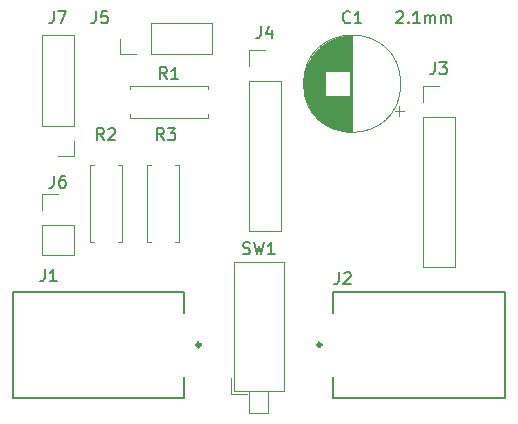
<source format=gto>
%TF.GenerationSoftware,KiCad,Pcbnew,(5.1.10)-1*%
%TF.CreationDate,2021-06-21T00:52:30-07:00*%
%TF.ProjectId,LED Matrix,4c454420-4d61-4747-9269-782e6b696361,v01*%
%TF.SameCoordinates,Original*%
%TF.FileFunction,Legend,Top*%
%TF.FilePolarity,Positive*%
%FSLAX46Y46*%
G04 Gerber Fmt 4.6, Leading zero omitted, Abs format (unit mm)*
G04 Created by KiCad (PCBNEW (5.1.10)-1) date 2021-06-21 00:52:30*
%MOMM*%
%LPD*%
G01*
G04 APERTURE LIST*
%ADD10C,0.150000*%
%ADD11C,0.120000*%
%ADD12C,0.300000*%
%ADD13C,0.127000*%
G04 APERTURE END LIST*
D10*
X155146666Y-77017619D02*
X155194285Y-76970000D01*
X155289523Y-76922380D01*
X155527619Y-76922380D01*
X155622857Y-76970000D01*
X155670476Y-77017619D01*
X155718095Y-77112857D01*
X155718095Y-77208095D01*
X155670476Y-77350952D01*
X155099047Y-77922380D01*
X155718095Y-77922380D01*
X156146666Y-77827142D02*
X156194285Y-77874761D01*
X156146666Y-77922380D01*
X156099047Y-77874761D01*
X156146666Y-77827142D01*
X156146666Y-77922380D01*
X157146666Y-77922380D02*
X156575238Y-77922380D01*
X156860952Y-77922380D02*
X156860952Y-76922380D01*
X156765714Y-77065238D01*
X156670476Y-77160476D01*
X156575238Y-77208095D01*
X157575238Y-77922380D02*
X157575238Y-77255714D01*
X157575238Y-77350952D02*
X157622857Y-77303333D01*
X157718095Y-77255714D01*
X157860952Y-77255714D01*
X157956190Y-77303333D01*
X158003809Y-77398571D01*
X158003809Y-77922380D01*
X158003809Y-77398571D02*
X158051428Y-77303333D01*
X158146666Y-77255714D01*
X158289523Y-77255714D01*
X158384761Y-77303333D01*
X158432380Y-77398571D01*
X158432380Y-77922380D01*
X158908571Y-77922380D02*
X158908571Y-77255714D01*
X158908571Y-77350952D02*
X158956190Y-77303333D01*
X159051428Y-77255714D01*
X159194285Y-77255714D01*
X159289523Y-77303333D01*
X159337142Y-77398571D01*
X159337142Y-77922380D01*
X159337142Y-77398571D02*
X159384761Y-77303333D01*
X159480000Y-77255714D01*
X159622857Y-77255714D01*
X159718095Y-77303333D01*
X159765714Y-77398571D01*
X159765714Y-77922380D01*
D11*
%TO.C,C1*%
X155524000Y-83058000D02*
G75*
G03*
X155524000Y-83058000I-4120000J0D01*
G01*
X151404000Y-87138000D02*
X151404000Y-78978000D01*
X151364000Y-87138000D02*
X151364000Y-78978000D01*
X151324000Y-87138000D02*
X151324000Y-78978000D01*
X151284000Y-87137000D02*
X151284000Y-78979000D01*
X151244000Y-87135000D02*
X151244000Y-78981000D01*
X151204000Y-87134000D02*
X151204000Y-78982000D01*
X151164000Y-87132000D02*
X151164000Y-84098000D01*
X151164000Y-82018000D02*
X151164000Y-78984000D01*
X151124000Y-87129000D02*
X151124000Y-84098000D01*
X151124000Y-82018000D02*
X151124000Y-78987000D01*
X151084000Y-87126000D02*
X151084000Y-84098000D01*
X151084000Y-82018000D02*
X151084000Y-78990000D01*
X151044000Y-87123000D02*
X151044000Y-84098000D01*
X151044000Y-82018000D02*
X151044000Y-78993000D01*
X151004000Y-87119000D02*
X151004000Y-84098000D01*
X151004000Y-82018000D02*
X151004000Y-78997000D01*
X150964000Y-87115000D02*
X150964000Y-84098000D01*
X150964000Y-82018000D02*
X150964000Y-79001000D01*
X150924000Y-87110000D02*
X150924000Y-84098000D01*
X150924000Y-82018000D02*
X150924000Y-79006000D01*
X150884000Y-87106000D02*
X150884000Y-84098000D01*
X150884000Y-82018000D02*
X150884000Y-79010000D01*
X150844000Y-87100000D02*
X150844000Y-84098000D01*
X150844000Y-82018000D02*
X150844000Y-79016000D01*
X150804000Y-87095000D02*
X150804000Y-84098000D01*
X150804000Y-82018000D02*
X150804000Y-79021000D01*
X150764000Y-87088000D02*
X150764000Y-84098000D01*
X150764000Y-82018000D02*
X150764000Y-79028000D01*
X150724000Y-87082000D02*
X150724000Y-84098000D01*
X150724000Y-82018000D02*
X150724000Y-79034000D01*
X150683000Y-87075000D02*
X150683000Y-84098000D01*
X150683000Y-82018000D02*
X150683000Y-79041000D01*
X150643000Y-87068000D02*
X150643000Y-84098000D01*
X150643000Y-82018000D02*
X150643000Y-79048000D01*
X150603000Y-87060000D02*
X150603000Y-84098000D01*
X150603000Y-82018000D02*
X150603000Y-79056000D01*
X150563000Y-87052000D02*
X150563000Y-84098000D01*
X150563000Y-82018000D02*
X150563000Y-79064000D01*
X150523000Y-87043000D02*
X150523000Y-84098000D01*
X150523000Y-82018000D02*
X150523000Y-79073000D01*
X150483000Y-87034000D02*
X150483000Y-84098000D01*
X150483000Y-82018000D02*
X150483000Y-79082000D01*
X150443000Y-87025000D02*
X150443000Y-84098000D01*
X150443000Y-82018000D02*
X150443000Y-79091000D01*
X150403000Y-87015000D02*
X150403000Y-84098000D01*
X150403000Y-82018000D02*
X150403000Y-79101000D01*
X150363000Y-87005000D02*
X150363000Y-84098000D01*
X150363000Y-82018000D02*
X150363000Y-79111000D01*
X150323000Y-86994000D02*
X150323000Y-84098000D01*
X150323000Y-82018000D02*
X150323000Y-79122000D01*
X150283000Y-86983000D02*
X150283000Y-84098000D01*
X150283000Y-82018000D02*
X150283000Y-79133000D01*
X150243000Y-86972000D02*
X150243000Y-84098000D01*
X150243000Y-82018000D02*
X150243000Y-79144000D01*
X150203000Y-86960000D02*
X150203000Y-84098000D01*
X150203000Y-82018000D02*
X150203000Y-79156000D01*
X150163000Y-86947000D02*
X150163000Y-84098000D01*
X150163000Y-82018000D02*
X150163000Y-79169000D01*
X150123000Y-86935000D02*
X150123000Y-84098000D01*
X150123000Y-82018000D02*
X150123000Y-79181000D01*
X150083000Y-86921000D02*
X150083000Y-84098000D01*
X150083000Y-82018000D02*
X150083000Y-79195000D01*
X150043000Y-86908000D02*
X150043000Y-84098000D01*
X150043000Y-82018000D02*
X150043000Y-79208000D01*
X150003000Y-86893000D02*
X150003000Y-84098000D01*
X150003000Y-82018000D02*
X150003000Y-79223000D01*
X149963000Y-86879000D02*
X149963000Y-84098000D01*
X149963000Y-82018000D02*
X149963000Y-79237000D01*
X149923000Y-86863000D02*
X149923000Y-84098000D01*
X149923000Y-82018000D02*
X149923000Y-79253000D01*
X149883000Y-86848000D02*
X149883000Y-84098000D01*
X149883000Y-82018000D02*
X149883000Y-79268000D01*
X149843000Y-86832000D02*
X149843000Y-84098000D01*
X149843000Y-82018000D02*
X149843000Y-79284000D01*
X149803000Y-86815000D02*
X149803000Y-84098000D01*
X149803000Y-82018000D02*
X149803000Y-79301000D01*
X149763000Y-86798000D02*
X149763000Y-84098000D01*
X149763000Y-82018000D02*
X149763000Y-79318000D01*
X149723000Y-86780000D02*
X149723000Y-84098000D01*
X149723000Y-82018000D02*
X149723000Y-79336000D01*
X149683000Y-86762000D02*
X149683000Y-84098000D01*
X149683000Y-82018000D02*
X149683000Y-79354000D01*
X149643000Y-86744000D02*
X149643000Y-84098000D01*
X149643000Y-82018000D02*
X149643000Y-79372000D01*
X149603000Y-86724000D02*
X149603000Y-84098000D01*
X149603000Y-82018000D02*
X149603000Y-79392000D01*
X149563000Y-86705000D02*
X149563000Y-84098000D01*
X149563000Y-82018000D02*
X149563000Y-79411000D01*
X149523000Y-86685000D02*
X149523000Y-84098000D01*
X149523000Y-82018000D02*
X149523000Y-79431000D01*
X149483000Y-86664000D02*
X149483000Y-84098000D01*
X149483000Y-82018000D02*
X149483000Y-79452000D01*
X149443000Y-86642000D02*
X149443000Y-84098000D01*
X149443000Y-82018000D02*
X149443000Y-79474000D01*
X149403000Y-86620000D02*
X149403000Y-84098000D01*
X149403000Y-82018000D02*
X149403000Y-79496000D01*
X149363000Y-86598000D02*
X149363000Y-84098000D01*
X149363000Y-82018000D02*
X149363000Y-79518000D01*
X149323000Y-86575000D02*
X149323000Y-84098000D01*
X149323000Y-82018000D02*
X149323000Y-79541000D01*
X149283000Y-86551000D02*
X149283000Y-84098000D01*
X149283000Y-82018000D02*
X149283000Y-79565000D01*
X149243000Y-86527000D02*
X149243000Y-84098000D01*
X149243000Y-82018000D02*
X149243000Y-79589000D01*
X149203000Y-86502000D02*
X149203000Y-84098000D01*
X149203000Y-82018000D02*
X149203000Y-79614000D01*
X149163000Y-86476000D02*
X149163000Y-84098000D01*
X149163000Y-82018000D02*
X149163000Y-79640000D01*
X149123000Y-86450000D02*
X149123000Y-84098000D01*
X149123000Y-82018000D02*
X149123000Y-79666000D01*
X149083000Y-86423000D02*
X149083000Y-79693000D01*
X149043000Y-86396000D02*
X149043000Y-79720000D01*
X149003000Y-86367000D02*
X149003000Y-79749000D01*
X148963000Y-86338000D02*
X148963000Y-79778000D01*
X148923000Y-86308000D02*
X148923000Y-79808000D01*
X148883000Y-86278000D02*
X148883000Y-79838000D01*
X148843000Y-86247000D02*
X148843000Y-79869000D01*
X148803000Y-86214000D02*
X148803000Y-79902000D01*
X148763000Y-86182000D02*
X148763000Y-79934000D01*
X148723000Y-86148000D02*
X148723000Y-79968000D01*
X148683000Y-86113000D02*
X148683000Y-80003000D01*
X148643000Y-86077000D02*
X148643000Y-80039000D01*
X148603000Y-86041000D02*
X148603000Y-80075000D01*
X148563000Y-86003000D02*
X148563000Y-80113000D01*
X148523000Y-85965000D02*
X148523000Y-80151000D01*
X148483000Y-85925000D02*
X148483000Y-80191000D01*
X148443000Y-85884000D02*
X148443000Y-80232000D01*
X148403000Y-85842000D02*
X148403000Y-80274000D01*
X148363000Y-85799000D02*
X148363000Y-80317000D01*
X148323000Y-85755000D02*
X148323000Y-80361000D01*
X148283000Y-85709000D02*
X148283000Y-80407000D01*
X148243000Y-85662000D02*
X148243000Y-80454000D01*
X148203000Y-85614000D02*
X148203000Y-80502000D01*
X148163000Y-85563000D02*
X148163000Y-80553000D01*
X148123000Y-85512000D02*
X148123000Y-80604000D01*
X148083000Y-85458000D02*
X148083000Y-80658000D01*
X148043000Y-85403000D02*
X148043000Y-80713000D01*
X148003000Y-85345000D02*
X148003000Y-80771000D01*
X147963000Y-85286000D02*
X147963000Y-80830000D01*
X147923000Y-85224000D02*
X147923000Y-80892000D01*
X147883000Y-85160000D02*
X147883000Y-80956000D01*
X147843000Y-85092000D02*
X147843000Y-81024000D01*
X147803000Y-85022000D02*
X147803000Y-81094000D01*
X147763000Y-84948000D02*
X147763000Y-81168000D01*
X147723000Y-84871000D02*
X147723000Y-81245000D01*
X147683000Y-84789000D02*
X147683000Y-81327000D01*
X147643000Y-84703000D02*
X147643000Y-81413000D01*
X147603000Y-84610000D02*
X147603000Y-81506000D01*
X147563000Y-84511000D02*
X147563000Y-81605000D01*
X147523000Y-84404000D02*
X147523000Y-81712000D01*
X147483000Y-84287000D02*
X147483000Y-81829000D01*
X147443000Y-84156000D02*
X147443000Y-81960000D01*
X147403000Y-84006000D02*
X147403000Y-82110000D01*
X147363000Y-83826000D02*
X147363000Y-82290000D01*
X147323000Y-83591000D02*
X147323000Y-82525000D01*
X155813698Y-85373000D02*
X155013698Y-85373000D01*
X155413698Y-85773000D02*
X155413698Y-84973000D01*
D12*
%TO.C,J1*%
X138548000Y-105156000D02*
G75*
G03*
X138548000Y-105156000I-150000J0D01*
G01*
D13*
X137198000Y-107856000D02*
X137198000Y-109656000D01*
X137198000Y-109656000D02*
X122698000Y-109656000D01*
X137198000Y-100656000D02*
X137198000Y-102456000D01*
X122698000Y-100656000D02*
X137198000Y-100656000D01*
X122698000Y-109656000D02*
X122698000Y-100656000D01*
D12*
%TO.C,J2*%
X148772000Y-105156000D02*
G75*
G03*
X148772000Y-105156000I-150000J0D01*
G01*
D13*
X149822000Y-102456000D02*
X149822000Y-100656000D01*
X149822000Y-100656000D02*
X164322000Y-100656000D01*
X149822000Y-109656000D02*
X149822000Y-107856000D01*
X164322000Y-109656000D02*
X149822000Y-109656000D01*
X164322000Y-100656000D02*
X164322000Y-109656000D01*
D11*
%TO.C,J3*%
X157420000Y-98612000D02*
X160080000Y-98612000D01*
X157420000Y-85852000D02*
X157420000Y-98612000D01*
X160080000Y-85852000D02*
X160080000Y-98612000D01*
X157420000Y-85852000D02*
X160080000Y-85852000D01*
X157420000Y-84582000D02*
X157420000Y-83252000D01*
X157420000Y-83252000D02*
X158750000Y-83252000D01*
%TO.C,J4*%
X142688000Y-80204000D02*
X144018000Y-80204000D01*
X142688000Y-81534000D02*
X142688000Y-80204000D01*
X142688000Y-82804000D02*
X145348000Y-82804000D01*
X145348000Y-82804000D02*
X145348000Y-95564000D01*
X142688000Y-82804000D02*
X142688000Y-95564000D01*
X142688000Y-95564000D02*
X145348000Y-95564000D01*
%TO.C,J5*%
X139506000Y-80578000D02*
X139506000Y-77918000D01*
X134366000Y-80578000D02*
X139506000Y-80578000D01*
X134366000Y-77918000D02*
X139506000Y-77918000D01*
X134366000Y-80578000D02*
X134366000Y-77918000D01*
X133096000Y-80578000D02*
X131766000Y-80578000D01*
X131766000Y-80578000D02*
X131766000Y-79248000D01*
%TO.C,J6*%
X125162000Y-97596000D02*
X127822000Y-97596000D01*
X125162000Y-94996000D02*
X125162000Y-97596000D01*
X127822000Y-94996000D02*
X127822000Y-97596000D01*
X125162000Y-94996000D02*
X127822000Y-94996000D01*
X125162000Y-93726000D02*
X125162000Y-92396000D01*
X125162000Y-92396000D02*
X126492000Y-92396000D01*
%TO.C,J7*%
X127822000Y-78934000D02*
X125162000Y-78934000D01*
X127822000Y-86614000D02*
X127822000Y-78934000D01*
X125162000Y-86614000D02*
X125162000Y-78934000D01*
X127822000Y-86614000D02*
X125162000Y-86614000D01*
X127822000Y-87884000D02*
X127822000Y-89214000D01*
X127822000Y-89214000D02*
X126492000Y-89214000D01*
%TO.C,R1*%
X139160000Y-85952000D02*
X139160000Y-85622000D01*
X132620000Y-85952000D02*
X139160000Y-85952000D01*
X132620000Y-85622000D02*
X132620000Y-85952000D01*
X139160000Y-83212000D02*
X139160000Y-83542000D01*
X132620000Y-83212000D02*
X139160000Y-83212000D01*
X132620000Y-83542000D02*
X132620000Y-83212000D01*
%TO.C,R2*%
X131596000Y-89948000D02*
X131926000Y-89948000D01*
X131926000Y-89948000D02*
X131926000Y-96488000D01*
X131926000Y-96488000D02*
X131596000Y-96488000D01*
X129516000Y-89948000D02*
X129186000Y-89948000D01*
X129186000Y-89948000D02*
X129186000Y-96488000D01*
X129186000Y-96488000D02*
X129516000Y-96488000D01*
%TO.C,R3*%
X136422000Y-89948000D02*
X136752000Y-89948000D01*
X136752000Y-89948000D02*
X136752000Y-96488000D01*
X136752000Y-96488000D02*
X136422000Y-96488000D01*
X134342000Y-89948000D02*
X134012000Y-89948000D01*
X134012000Y-89948000D02*
X134012000Y-96488000D01*
X134012000Y-96488000D02*
X134342000Y-96488000D01*
%TO.C,SW1*%
X142700000Y-109092000D02*
X144320000Y-109092000D01*
X142700000Y-110952000D02*
X144320000Y-110952000D01*
X144320000Y-110952000D02*
X144320000Y-109092000D01*
X142700000Y-110952000D02*
X142700000Y-109092000D01*
X141160000Y-109332000D02*
X142543000Y-109332000D01*
X141160000Y-109332000D02*
X141160000Y-107949000D01*
X141400000Y-98172000D02*
X145620000Y-98172000D01*
X141400000Y-109092000D02*
X145620000Y-109092000D01*
X145620000Y-109092000D02*
X145620000Y-98172000D01*
X141400000Y-109092000D02*
X141400000Y-98172000D01*
%TO.C,*%
D10*
%TO.C,C1*%
X151237333Y-77827142D02*
X151189714Y-77874761D01*
X151046857Y-77922380D01*
X150951619Y-77922380D01*
X150808761Y-77874761D01*
X150713523Y-77779523D01*
X150665904Y-77684285D01*
X150618285Y-77493809D01*
X150618285Y-77350952D01*
X150665904Y-77160476D01*
X150713523Y-77065238D01*
X150808761Y-76970000D01*
X150951619Y-76922380D01*
X151046857Y-76922380D01*
X151189714Y-76970000D01*
X151237333Y-77017619D01*
X152189714Y-77922380D02*
X151618285Y-77922380D01*
X151904000Y-77922380D02*
X151904000Y-76922380D01*
X151808761Y-77065238D01*
X151713523Y-77160476D01*
X151618285Y-77208095D01*
%TO.C,J1*%
X125396666Y-98766380D02*
X125396666Y-99480666D01*
X125349047Y-99623523D01*
X125253809Y-99718761D01*
X125110952Y-99766380D01*
X125015714Y-99766380D01*
X126396666Y-99766380D02*
X125825238Y-99766380D01*
X126110952Y-99766380D02*
X126110952Y-98766380D01*
X126015714Y-98909238D01*
X125920476Y-99004476D01*
X125825238Y-99052095D01*
%TO.C,J2*%
X150288666Y-99020380D02*
X150288666Y-99734666D01*
X150241047Y-99877523D01*
X150145809Y-99972761D01*
X150002952Y-100020380D01*
X149907714Y-100020380D01*
X150717238Y-99115619D02*
X150764857Y-99068000D01*
X150860095Y-99020380D01*
X151098190Y-99020380D01*
X151193428Y-99068000D01*
X151241047Y-99115619D01*
X151288666Y-99210857D01*
X151288666Y-99306095D01*
X151241047Y-99448952D01*
X150669619Y-100020380D01*
X151288666Y-100020380D01*
%TO.C,J3*%
X158416666Y-81240380D02*
X158416666Y-81954666D01*
X158369047Y-82097523D01*
X158273809Y-82192761D01*
X158130952Y-82240380D01*
X158035714Y-82240380D01*
X158797619Y-81240380D02*
X159416666Y-81240380D01*
X159083333Y-81621333D01*
X159226190Y-81621333D01*
X159321428Y-81668952D01*
X159369047Y-81716571D01*
X159416666Y-81811809D01*
X159416666Y-82049904D01*
X159369047Y-82145142D01*
X159321428Y-82192761D01*
X159226190Y-82240380D01*
X158940476Y-82240380D01*
X158845238Y-82192761D01*
X158797619Y-82145142D01*
%TO.C,J4*%
X143684666Y-78192380D02*
X143684666Y-78906666D01*
X143637047Y-79049523D01*
X143541809Y-79144761D01*
X143398952Y-79192380D01*
X143303714Y-79192380D01*
X144589428Y-78525714D02*
X144589428Y-79192380D01*
X144351333Y-78144761D02*
X144113238Y-78859047D01*
X144732285Y-78859047D01*
%TO.C,J5*%
X129714666Y-76922380D02*
X129714666Y-77636666D01*
X129667047Y-77779523D01*
X129571809Y-77874761D01*
X129428952Y-77922380D01*
X129333714Y-77922380D01*
X130667047Y-76922380D02*
X130190857Y-76922380D01*
X130143238Y-77398571D01*
X130190857Y-77350952D01*
X130286095Y-77303333D01*
X130524190Y-77303333D01*
X130619428Y-77350952D01*
X130667047Y-77398571D01*
X130714666Y-77493809D01*
X130714666Y-77731904D01*
X130667047Y-77827142D01*
X130619428Y-77874761D01*
X130524190Y-77922380D01*
X130286095Y-77922380D01*
X130190857Y-77874761D01*
X130143238Y-77827142D01*
%TO.C,J6*%
X126158666Y-90848380D02*
X126158666Y-91562666D01*
X126111047Y-91705523D01*
X126015809Y-91800761D01*
X125872952Y-91848380D01*
X125777714Y-91848380D01*
X127063428Y-90848380D02*
X126872952Y-90848380D01*
X126777714Y-90896000D01*
X126730095Y-90943619D01*
X126634857Y-91086476D01*
X126587238Y-91276952D01*
X126587238Y-91657904D01*
X126634857Y-91753142D01*
X126682476Y-91800761D01*
X126777714Y-91848380D01*
X126968190Y-91848380D01*
X127063428Y-91800761D01*
X127111047Y-91753142D01*
X127158666Y-91657904D01*
X127158666Y-91419809D01*
X127111047Y-91324571D01*
X127063428Y-91276952D01*
X126968190Y-91229333D01*
X126777714Y-91229333D01*
X126682476Y-91276952D01*
X126634857Y-91324571D01*
X126587238Y-91419809D01*
%TO.C,J7*%
X126158666Y-76922380D02*
X126158666Y-77636666D01*
X126111047Y-77779523D01*
X126015809Y-77874761D01*
X125872952Y-77922380D01*
X125777714Y-77922380D01*
X126539619Y-76922380D02*
X127206285Y-76922380D01*
X126777714Y-77922380D01*
%TO.C,R1*%
X135723333Y-82664380D02*
X135390000Y-82188190D01*
X135151904Y-82664380D02*
X135151904Y-81664380D01*
X135532857Y-81664380D01*
X135628095Y-81712000D01*
X135675714Y-81759619D01*
X135723333Y-81854857D01*
X135723333Y-81997714D01*
X135675714Y-82092952D01*
X135628095Y-82140571D01*
X135532857Y-82188190D01*
X135151904Y-82188190D01*
X136675714Y-82664380D02*
X136104285Y-82664380D01*
X136390000Y-82664380D02*
X136390000Y-81664380D01*
X136294761Y-81807238D01*
X136199523Y-81902476D01*
X136104285Y-81950095D01*
%TO.C,R2*%
X130389333Y-87828380D02*
X130056000Y-87352190D01*
X129817904Y-87828380D02*
X129817904Y-86828380D01*
X130198857Y-86828380D01*
X130294095Y-86876000D01*
X130341714Y-86923619D01*
X130389333Y-87018857D01*
X130389333Y-87161714D01*
X130341714Y-87256952D01*
X130294095Y-87304571D01*
X130198857Y-87352190D01*
X129817904Y-87352190D01*
X130770285Y-86923619D02*
X130817904Y-86876000D01*
X130913142Y-86828380D01*
X131151238Y-86828380D01*
X131246476Y-86876000D01*
X131294095Y-86923619D01*
X131341714Y-87018857D01*
X131341714Y-87114095D01*
X131294095Y-87256952D01*
X130722666Y-87828380D01*
X131341714Y-87828380D01*
%TO.C,R3*%
X135469333Y-87828380D02*
X135136000Y-87352190D01*
X134897904Y-87828380D02*
X134897904Y-86828380D01*
X135278857Y-86828380D01*
X135374095Y-86876000D01*
X135421714Y-86923619D01*
X135469333Y-87018857D01*
X135469333Y-87161714D01*
X135421714Y-87256952D01*
X135374095Y-87304571D01*
X135278857Y-87352190D01*
X134897904Y-87352190D01*
X135802666Y-86828380D02*
X136421714Y-86828380D01*
X136088380Y-87209333D01*
X136231238Y-87209333D01*
X136326476Y-87256952D01*
X136374095Y-87304571D01*
X136421714Y-87399809D01*
X136421714Y-87637904D01*
X136374095Y-87733142D01*
X136326476Y-87780761D01*
X136231238Y-87828380D01*
X135945523Y-87828380D01*
X135850285Y-87780761D01*
X135802666Y-87733142D01*
%TO.C,SW1*%
X142176666Y-97432761D02*
X142319523Y-97480380D01*
X142557619Y-97480380D01*
X142652857Y-97432761D01*
X142700476Y-97385142D01*
X142748095Y-97289904D01*
X142748095Y-97194666D01*
X142700476Y-97099428D01*
X142652857Y-97051809D01*
X142557619Y-97004190D01*
X142367142Y-96956571D01*
X142271904Y-96908952D01*
X142224285Y-96861333D01*
X142176666Y-96766095D01*
X142176666Y-96670857D01*
X142224285Y-96575619D01*
X142271904Y-96528000D01*
X142367142Y-96480380D01*
X142605238Y-96480380D01*
X142748095Y-96528000D01*
X143081428Y-96480380D02*
X143319523Y-97480380D01*
X143510000Y-96766095D01*
X143700476Y-97480380D01*
X143938571Y-96480380D01*
X144843333Y-97480380D02*
X144271904Y-97480380D01*
X144557619Y-97480380D02*
X144557619Y-96480380D01*
X144462380Y-96623238D01*
X144367142Y-96718476D01*
X144271904Y-96766095D01*
%TD*%
M02*

</source>
